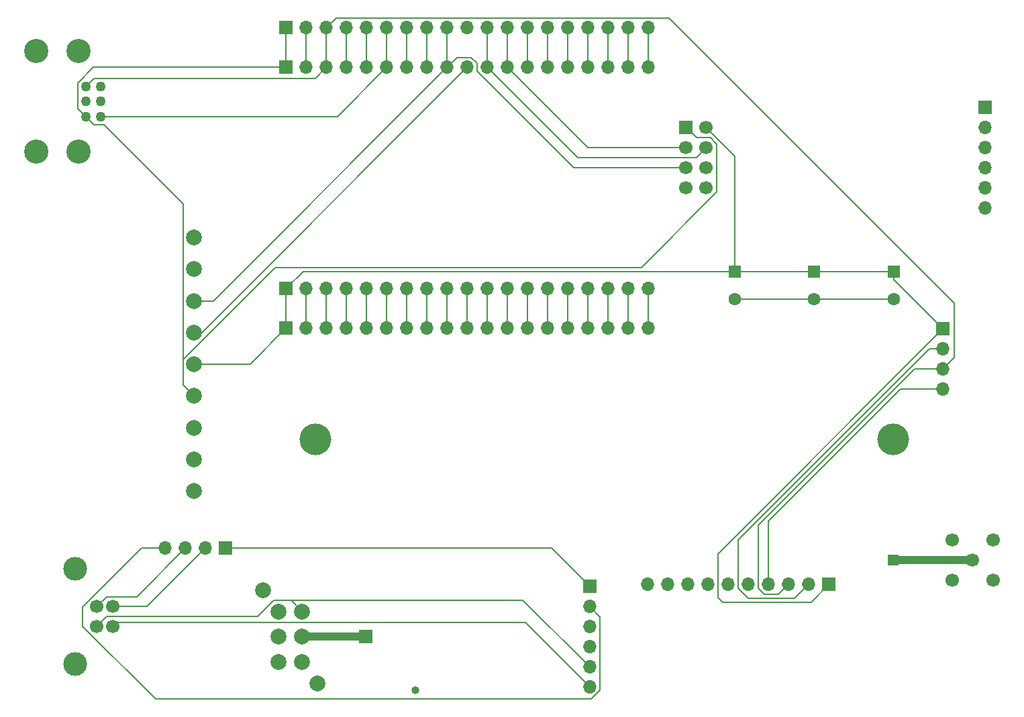
<source format=gbr>
%TF.GenerationSoftware,KiCad,Pcbnew,8.0.3*%
%TF.CreationDate,2024-06-22T19:33:56+02:00*%
%TF.ProjectId,3.3v radio with battery,332e3376-2072-4616-9469-6f2077697468,rev?*%
%TF.SameCoordinates,Original*%
%TF.FileFunction,Copper,L1,Top*%
%TF.FilePolarity,Positive*%
%FSLAX46Y46*%
G04 Gerber Fmt 4.6, Leading zero omitted, Abs format (unit mm)*
G04 Created by KiCad (PCBNEW 8.0.3) date 2024-06-22 19:33:56*
%MOMM*%
%LPD*%
G01*
G04 APERTURE LIST*
%TA.AperFunction,ComponentPad*%
%ADD10C,2.000000*%
%TD*%
%TA.AperFunction,ComponentPad*%
%ADD11R,1.700000X1.700000*%
%TD*%
%TA.AperFunction,ComponentPad*%
%ADD12O,1.700000X1.700000*%
%TD*%
%TA.AperFunction,SMDPad,CuDef*%
%ADD13O,1.000000X1.000000*%
%TD*%
%TA.AperFunction,ComponentPad*%
%ADD14R,1.600000X1.600000*%
%TD*%
%TA.AperFunction,ComponentPad*%
%ADD15C,1.600000*%
%TD*%
%TA.AperFunction,ComponentPad*%
%ADD16C,3.000000*%
%TD*%
%TA.AperFunction,ComponentPad*%
%ADD17C,1.700000*%
%TD*%
%TA.AperFunction,ComponentPad*%
%ADD18R,1.350000X1.350000*%
%TD*%
%TA.AperFunction,ComponentPad*%
%ADD19C,4.000000*%
%TD*%
%TA.AperFunction,ComponentPad*%
%ADD20C,3.048000*%
%TD*%
%TA.AperFunction,ComponentPad*%
%ADD21C,1.270000*%
%TD*%
%TA.AperFunction,Conductor*%
%ADD22C,1.000000*%
%TD*%
%TA.AperFunction,Conductor*%
%ADD23C,0.200000*%
%TD*%
G04 APERTURE END LIST*
D10*
%TO.P,U6,*%
%TO.N,*%
X132006000Y-122878000D03*
X138806000Y-134678000D03*
%TO.P,U6,1,no*%
%TO.N,unconnected-(U6-no-Pad1)*%
X133906000Y-125578000D03*
%TO.P,U6,2,no*%
%TO.N,Net-(U3-GND_IN)*%
X136906000Y-125578000D03*
%TO.P,U6,3,nc*%
%TO.N,unconnected-(U6-nc-Pad3)*%
X133906000Y-128778000D03*
%TO.P,U6,4,nc*%
%TO.N,Net-(U3-ON{slash}OFF)*%
X136906000Y-128778000D03*
%TO.P,U6,5,nc*%
%TO.N,unconnected-(U6-nc-Pad5)*%
X133906000Y-131978000D03*
%TO.P,U6,6,nc*%
%TO.N,unconnected-(U6-nc-Pad6)*%
X136906000Y-131978000D03*
%TD*%
D11*
%TO.P,Oled_screen1,1,VCC*%
%TO.N,Net-(ESP32-WROOM-32U1-3.3v)*%
X217764500Y-89926000D03*
D12*
%TO.P,Oled_screen1,2,GND*%
%TO.N,Net-(MPU1-GND)*%
X217764500Y-92466000D03*
%TO.P,Oled_screen1,3,SCK*%
%TO.N,Net-(ESP32-WROOM-32U1-SCL{slash}22)*%
X217764500Y-95006000D03*
%TO.P,Oled_screen1,4,SDA*%
%TO.N,Net-(ESP32-WROOM-32U1-SDA{slash}21)*%
X217764500Y-97546000D03*
%TD*%
D10*
%TO.P,U2,1,DATA*%
%TO.N,Net-(ESP32-WROOM-32U1-MISO{slash}19)*%
X123267500Y-110387625D03*
%TO.P,U2,2,CMD*%
%TO.N,Net-(ESP32-WROOM-32U1-MOSI{slash}23)*%
X123267500Y-106387625D03*
%TO.P,U2,3,MOTOR*%
%TO.N,unconnected-(U2-MOTOR-Pad3)*%
X123267500Y-102387625D03*
%TO.P,U2,4,GND*%
%TO.N,Net-(MPU1-GND)*%
X123267500Y-98387625D03*
%TO.P,U2,5,3.3V*%
%TO.N,Net-(ESP32-WROOM-32U1-3.3v)*%
X123267500Y-94387625D03*
%TO.P,U2,6,ATTN*%
%TO.N,Net-(ESP32-WROOM-32U1-SS{slash}5)*%
X123267500Y-90387625D03*
%TO.P,U2,7,CLK*%
%TO.N,Net-(ESP32-WROOM-32U1-SCK{slash}18)*%
X123267500Y-86387625D03*
%TO.P,U2,8,NC*%
%TO.N,unconnected-(U2-NC-Pad8)*%
X123267500Y-82387625D03*
%TO.P,U2,9,ACK*%
%TO.N,unconnected-(U2-ACK-Pad9)*%
X123267500Y-78387625D03*
%TD*%
D11*
%TO.P,U3,1,VOUT*%
%TO.N,Net-(J1-VBUS)*%
X173174000Y-122419500D03*
D12*
%TO.P,U3,2,GND_OUT*%
%TO.N,Net-(J1-GND)*%
X173174000Y-124959500D03*
%TO.P,U3,3,BAT_POSITIVE*%
%TO.N,Net-(U3-BAT_POSITIVE)*%
X173174000Y-127499500D03*
%TO.P,U3,4,BAT_GND*%
%TO.N,Net-(U3-BAT_GND)*%
X173174000Y-130039500D03*
%TO.P,U3,5,GND_IN*%
%TO.N,Net-(U3-GND_IN)*%
X173174000Y-132579500D03*
%TO.P,U3,6,VIN*%
%TO.N,Net-(U3-VIN)*%
X173174000Y-135119500D03*
D13*
%TO.P,U3,7,ON/OFF*%
%TO.N,Net-(U3-ON{slash}OFF)*%
X151203000Y-135499500D03*
%TD*%
D14*
%TO.P,C1,1*%
%TO.N,Net-(ESP32-WROOM-32U1-3.3v)*%
X191516000Y-82675349D03*
D15*
%TO.P,C1,2*%
%TO.N,Net-(MPU1-GND)*%
X191516000Y-86175349D03*
%TD*%
D16*
%TO.P,U4,*%
%TO.N,*%
X108288000Y-120206000D03*
X108288000Y-132246000D03*
D17*
%TO.P,U4,1,data-*%
%TO.N,Net-(J1-D-)*%
X112998000Y-124976000D03*
%TO.P,U4,2,data+*%
%TO.N,Net-(J1-D+)*%
X110998000Y-124976000D03*
%TO.P,U4,3,GND*%
%TO.N,Net-(U3-GND_IN)*%
X110998000Y-127476000D03*
%TO.P,U4,4,VIN*%
%TO.N,Net-(U3-VIN)*%
X112998000Y-127476000D03*
%TD*%
%TO.P,REF\u002A\u002A,*%
%TO.N,*%
X224047000Y-116576000D03*
X218947000Y-116576000D03*
X224047000Y-121676000D03*
X218947000Y-121676000D03*
%TO.P,REF\u002A\u002A,1*%
%TO.N,N/C*%
X221497000Y-119126000D03*
%TD*%
D11*
%TO.P,NRF1,*%
%TO.N,*%
X223078000Y-61946000D03*
D12*
X223078000Y-64486000D03*
X223078000Y-67026000D03*
X223078000Y-69566000D03*
X223078000Y-72106000D03*
X223078000Y-74646000D03*
D11*
%TO.P,NRF1,1,GND*%
%TO.N,Net-(MPU1-GND)*%
X185340000Y-64486000D03*
D17*
%TO.P,NRF1,2,VCC*%
%TO.N,Net-(ESP32-WROOM-32U1-3.3v)*%
X187880000Y-64486000D03*
%TO.P,NRF1,3,CE*%
%TO.N,Net-(ESP32-WROOM-32U1-16)*%
X185340000Y-67026000D03*
%TO.P,NRF1,4,~{CSN}*%
%TO.N,Net-(ESP32-WROOM-32U1-17)*%
X187880000Y-67026000D03*
%TO.P,NRF1,5,SCK*%
%TO.N,Net-(ESP32-WROOM-32U1-SCK{slash}18)*%
X185340000Y-69566000D03*
%TO.P,NRF1,6,MOSI*%
%TO.N,Net-(ESP32-WROOM-32U1-MOSI{slash}23)*%
X187880000Y-69566000D03*
%TO.P,NRF1,7,MISO*%
%TO.N,Net-(ESP32-WROOM-32U1-MISO{slash}19)*%
X185340000Y-72106000D03*
%TO.P,NRF1,8,IRQ*%
%TO.N,unconnected-(NRF1-IRQ-Pad8)*%
X187880000Y-72106000D03*
%TD*%
D11*
%TO.P,J1,1,VBUS*%
%TO.N,Net-(J1-VBUS)*%
X127254000Y-117602000D03*
D12*
%TO.P,J1,2,D-*%
%TO.N,Net-(J1-D-)*%
X124714000Y-117602000D03*
%TO.P,J1,3,D+*%
%TO.N,Net-(J1-D+)*%
X122174000Y-117602000D03*
%TO.P,J1,4,GND*%
%TO.N,Net-(J1-GND)*%
X119634000Y-117602000D03*
%TD*%
D14*
%TO.P,C2,1*%
%TO.N,Net-(ESP32-WROOM-32U1-3.3v)*%
X201516000Y-82675349D03*
D15*
%TO.P,C2,2*%
%TO.N,Net-(MPU1-GND)*%
X201516000Y-86175349D03*
%TD*%
D18*
%TO.P,SMA ANTENNA,1*%
%TO.N,N/C*%
X211488000Y-119126000D03*
%TD*%
D19*
%TO.P,U5,1,BAT_+*%
%TO.N,Net-(U3-BAT_POSITIVE)*%
X138556000Y-103886000D03*
%TO.P,U5,2,BAT_-*%
%TO.N,Net-(U3-BAT_GND)*%
X211456000Y-103886000D03*
%TD*%
D11*
%TO.P,MPU1,1,VCC*%
%TO.N,Net-(ESP32-WROOM-32U1-3.3v)*%
X203349000Y-122174000D03*
D12*
%TO.P,MPU1,2,GND*%
%TO.N,Net-(MPU1-GND)*%
X200809000Y-122174000D03*
%TO.P,MPU1,3,SCL*%
%TO.N,Net-(ESP32-WROOM-32U1-SCL{slash}22)*%
X198269000Y-122174000D03*
%TO.P,MPU1,4,SDA*%
%TO.N,Net-(ESP32-WROOM-32U1-SDA{slash}21)*%
X195729000Y-122174000D03*
%TO.P,MPU1,5,EDA*%
%TO.N,unconnected-(MPU1-EDA-Pad5)*%
X193189000Y-122174000D03*
%TO.P,MPU1,6,ECL*%
%TO.N,unconnected-(MPU1-ECL-Pad6)*%
X190649000Y-122174000D03*
%TO.P,MPU1,7,ADO*%
%TO.N,unconnected-(MPU1-ADO-Pad7)*%
X188109000Y-122174000D03*
%TO.P,MPU1,8,INT*%
%TO.N,unconnected-(MPU1-INT-Pad8)*%
X185569000Y-122174000D03*
%TO.P,MPU1,9,NCS*%
%TO.N,unconnected-(MPU1-NCS-Pad9)*%
X183029000Y-122174000D03*
%TO.P,MPU1,10,FSYNC*%
%TO.N,unconnected-(MPU1-FSYNC-Pad10)*%
X180489000Y-122174000D03*
%TD*%
D14*
%TO.P,C3,1*%
%TO.N,Net-(ESP32-WROOM-32U1-3.3v)*%
X211516000Y-82675349D03*
D15*
%TO.P,C3,2*%
%TO.N,Net-(MPU1-GND)*%
X211516000Y-86175349D03*
%TD*%
D11*
%TO.P,ESP32-WROOM-32U1,1,3.3v*%
%TO.N,Net-(ESP32-WROOM-32U1-3.3v)*%
X134874000Y-89836000D03*
X134874000Y-84836000D03*
D12*
%TO.P,ESP32-WROOM-32U1,2,EN*%
%TO.N,unconnected-(ESP32-WROOM-32U1-EN-Pad2)*%
X137414000Y-89836000D03*
X137414000Y-84836000D03*
%TO.P,ESP32-WROOM-32U1,3,VP*%
%TO.N,unconnected-(ESP32-WROOM-32U1-VP-Pad3)*%
X139954000Y-89836000D03*
X139954000Y-84836000D03*
%TO.P,ESP32-WROOM-32U1,4,VN*%
%TO.N,unconnected-(ESP32-WROOM-32U1-VN-Pad4)*%
X142494000Y-89836000D03*
X142494000Y-84836000D03*
%TO.P,ESP32-WROOM-32U1,5,34*%
%TO.N,unconnected-(ESP32-WROOM-32U1-34-Pad5)*%
X145034000Y-89836000D03*
X145034000Y-84836000D03*
%TO.P,ESP32-WROOM-32U1,6,35*%
%TO.N,unconnected-(ESP32-WROOM-32U1-35-Pad6)*%
X147574000Y-89836000D03*
X147574000Y-84836000D03*
%TO.P,ESP32-WROOM-32U1,7,32*%
%TO.N,unconnected-(ESP32-WROOM-32U1-32-Pad7)*%
X150114000Y-89836000D03*
X150114000Y-84836000D03*
%TO.P,ESP32-WROOM-32U1,8,33*%
%TO.N,unconnected-(ESP32-WROOM-32U1-33-Pad8)*%
X152654000Y-89836000D03*
X152654000Y-84836000D03*
%TO.P,ESP32-WROOM-32U1,9,25*%
%TO.N,unconnected-(ESP32-WROOM-32U1-25-Pad9)*%
X155194000Y-89836000D03*
X155194000Y-84836000D03*
%TO.P,ESP32-WROOM-32U1,10,26*%
%TO.N,unconnected-(ESP32-WROOM-32U1-26-Pad10)*%
X157734000Y-89836000D03*
X157734000Y-84836000D03*
%TO.P,ESP32-WROOM-32U1,11,27*%
%TO.N,unconnected-(ESP32-WROOM-32U1-27-Pad11)*%
X160274000Y-89836000D03*
X160274000Y-84836000D03*
%TO.P,ESP32-WROOM-32U1,12,14*%
%TO.N,unconnected-(ESP32-WROOM-32U1-14-Pad12)*%
X162814000Y-89836000D03*
X162814000Y-84836000D03*
%TO.P,ESP32-WROOM-32U1,13,12*%
%TO.N,unconnected-(ESP32-WROOM-32U1-12-Pad13)*%
X165354000Y-89836000D03*
X165354000Y-84836000D03*
%TO.P,ESP32-WROOM-32U1,14,GND*%
%TO.N,unconnected-(ESP32-WROOM-32U1-GND-Pad14)*%
X167894000Y-89836000D03*
X167894000Y-84836000D03*
%TO.P,ESP32-WROOM-32U1,15,13*%
%TO.N,unconnected-(ESP32-WROOM-32U1-13-Pad15)*%
X170434000Y-89836000D03*
X170434000Y-84836000D03*
%TO.P,ESP32-WROOM-32U1,16,D2*%
%TO.N,unconnected-(ESP32-WROOM-32U1-D2-Pad16)*%
X172974000Y-89836000D03*
X172974000Y-84836000D03*
%TO.P,ESP32-WROOM-32U1,17,D3*%
%TO.N,unconnected-(ESP32-WROOM-32U1-D3-Pad17)*%
X175514000Y-89836000D03*
X175514000Y-84836000D03*
%TO.P,ESP32-WROOM-32U1,18,CMD*%
%TO.N,unconnected-(ESP32-WROOM-32U1-CMD-Pad18)*%
X178054000Y-89836000D03*
X178054000Y-84836000D03*
%TO.P,ESP32-WROOM-32U1,19,5V*%
%TO.N,unconnected-(ESP32-WROOM-32U1-5V-Pad19)*%
X180594000Y-89836000D03*
X180594000Y-84836000D03*
D11*
%TO.P,ESP32-WROOM-32U1,20,GND*%
%TO.N,Net-(MPU1-GND)*%
X134874000Y-56896000D03*
X134874000Y-51896000D03*
D12*
%TO.P,ESP32-WROOM-32U1,21,MOSI/23*%
%TO.N,Net-(ESP32-WROOM-32U1-MOSI{slash}23)*%
X137414000Y-56896000D03*
X137414000Y-51896000D03*
%TO.P,ESP32-WROOM-32U1,22,SCL/22*%
%TO.N,Net-(ESP32-WROOM-32U1-SCL{slash}22)*%
X139954000Y-56896000D03*
X139954000Y-51896000D03*
%TO.P,ESP32-WROOM-32U1,23,TX*%
%TO.N,unconnected-(ESP32-WROOM-32U1-TX-Pad23)*%
X142494000Y-56896000D03*
X142494000Y-51896000D03*
%TO.P,ESP32-WROOM-32U1,24,RX*%
%TO.N,unconnected-(ESP32-WROOM-32U1-RX-Pad24)*%
X145034000Y-56896000D03*
X145034000Y-51896000D03*
%TO.P,ESP32-WROOM-32U1,25,SDA/21*%
%TO.N,Net-(ESP32-WROOM-32U1-SDA{slash}21)*%
X147574000Y-56896000D03*
X147574000Y-51896000D03*
%TO.P,ESP32-WROOM-32U1,26,GND*%
%TO.N,unconnected-(ESP32-WROOM-32U1-GND-Pad26)*%
X150114000Y-56896000D03*
X150114000Y-51896000D03*
%TO.P,ESP32-WROOM-32U1,27,MISO/19*%
%TO.N,Net-(ESP32-WROOM-32U1-MISO{slash}19)*%
X152654000Y-56896000D03*
X152654000Y-51896000D03*
%TO.P,ESP32-WROOM-32U1,28,SCK/18*%
%TO.N,Net-(ESP32-WROOM-32U1-SCK{slash}18)*%
X155194000Y-56896000D03*
X155194000Y-51896000D03*
%TO.P,ESP32-WROOM-32U1,29,SS/5*%
%TO.N,Net-(ESP32-WROOM-32U1-SS{slash}5)*%
X157734000Y-56896000D03*
X157734000Y-51896000D03*
%TO.P,ESP32-WROOM-32U1,30,17*%
%TO.N,Net-(ESP32-WROOM-32U1-17)*%
X160274000Y-56896000D03*
X160274000Y-51896000D03*
%TO.P,ESP32-WROOM-32U1,31,16*%
%TO.N,Net-(ESP32-WROOM-32U1-16)*%
X162814000Y-56896000D03*
X162814000Y-51896000D03*
%TO.P,ESP32-WROOM-32U1,32,4*%
%TO.N,unconnected-(ESP32-WROOM-32U1-4-Pad32)*%
X165354000Y-56896000D03*
X165354000Y-51896000D03*
%TO.P,ESP32-WROOM-32U1,33,0*%
%TO.N,unconnected-(ESP32-WROOM-32U1-0-Pad33)*%
X167894000Y-56896000D03*
X167894000Y-51896000D03*
%TO.P,ESP32-WROOM-32U1,34,2*%
%TO.N,unconnected-(ESP32-WROOM-32U1-2-Pad34)*%
X170434000Y-56896000D03*
X170434000Y-51896000D03*
%TO.P,ESP32-WROOM-32U1,35,15*%
%TO.N,unconnected-(ESP32-WROOM-32U1-15-Pad35)*%
X172974000Y-56896000D03*
X172974000Y-51896000D03*
%TO.P,ESP32-WROOM-32U1,36,D1*%
%TO.N,unconnected-(ESP32-WROOM-32U1-D1-Pad36)*%
X175514000Y-56896000D03*
X175514000Y-51896000D03*
%TO.P,ESP32-WROOM-32U1,37,D0*%
%TO.N,unconnected-(ESP32-WROOM-32U1-D0-Pad37)*%
X178054000Y-56896000D03*
X178054000Y-51896000D03*
%TO.P,ESP32-WROOM-32U1,38,CLK*%
%TO.N,unconnected-(ESP32-WROOM-32U1-CLK-Pad38)*%
X180594000Y-56896000D03*
X180594000Y-51896000D03*
%TD*%
D20*
%TO.P,U1,*%
%TO.N,*%
X103378000Y-67576000D03*
X108712000Y-67576000D03*
X103378000Y-54876000D03*
X108712000Y-54876000D03*
D21*
%TO.P,U1,1,VCC_3.3V*%
%TO.N,Net-(ESP32-WROOM-32U1-3.3v)*%
X111506000Y-59321000D03*
%TO.P,U1,2,SCL*%
%TO.N,Net-(ESP32-WROOM-32U1-SCL{slash}22)*%
X109601000Y-59321000D03*
%TO.P,U1,3,Detect_device*%
%TO.N,unconnected-(U1-Detect_device-Pad3)*%
X111506000Y-61226000D03*
%TO.P,U1,4,NC*%
%TO.N,unconnected-(U1-NC-Pad4)*%
X109601000Y-61226000D03*
%TO.P,U1,5,SDA*%
%TO.N,Net-(ESP32-WROOM-32U1-SDA{slash}21)*%
X111506000Y-63131000D03*
%TO.P,U1,6,GND*%
%TO.N,Net-(MPU1-GND)*%
X109601000Y-63131000D03*
%TD*%
D11*
%TO.P,TP1,1,1*%
%TO.N,Net-(U3-ON{slash}OFF)*%
X144906000Y-128778000D03*
%TD*%
D22*
%TO.N,*%
X221497000Y-119126000D02*
X211488000Y-119126000D01*
D23*
%TO.N,unconnected-(ESP32-WROOM-32U1-25-Pad9)*%
X155194000Y-89836000D02*
X155194000Y-84836000D01*
%TO.N,unconnected-(ESP32-WROOM-32U1-GND-Pad26)*%
X150114000Y-56896000D02*
X150114000Y-51896000D01*
%TO.N,Net-(ESP32-WROOM-32U1-SS{slash}5)*%
X124242375Y-90387625D02*
X157734000Y-56896000D01*
X123267500Y-90387625D02*
X124242375Y-90387625D01*
%TO.N,unconnected-(ESP32-WROOM-32U1-VP-Pad3)*%
X139954000Y-84836000D02*
X139954000Y-89836000D01*
%TO.N,unconnected-(ESP32-WROOM-32U1-VN-Pad4)*%
X142494000Y-89836000D02*
X142494000Y-84836000D01*
%TO.N,unconnected-(ESP32-WROOM-32U1-0-Pad33)*%
X167894000Y-56896000D02*
X167894000Y-51896000D01*
%TO.N,Net-(ESP32-WROOM-32U1-SCK{slash}18)*%
X158251767Y-55646000D02*
X156444000Y-55646000D01*
X158984000Y-56378233D02*
X158251767Y-55646000D01*
X171136233Y-69566000D02*
X158984000Y-57413767D01*
X158984000Y-57413767D02*
X158984000Y-56378233D01*
X123267500Y-86387625D02*
X125702375Y-86387625D01*
X185340000Y-69566000D02*
X171136233Y-69566000D01*
X125702375Y-86387625D02*
X155194000Y-56896000D01*
X155194000Y-56896000D02*
X155194000Y-51896000D01*
X156444000Y-55646000D02*
X155194000Y-56896000D01*
%TO.N,unconnected-(ESP32-WROOM-32U1-35-Pad6)*%
X147574000Y-84836000D02*
X147574000Y-89836000D01*
%TO.N,unconnected-(ESP32-WROOM-32U1-D2-Pad16)*%
X172974000Y-84836000D02*
X172974000Y-89836000D01*
%TO.N,Net-(ESP32-WROOM-32U1-SCL{slash}22)*%
X197019000Y-123424000D02*
X195211233Y-123424000D01*
X194479000Y-122691767D02*
X194479000Y-114729780D01*
X195211233Y-123424000D02*
X194479000Y-122691767D01*
X198269000Y-122174000D02*
X197019000Y-123424000D01*
X141204000Y-50646000D02*
X183179106Y-50646000D01*
X138564000Y-58286000D02*
X139954000Y-56896000D01*
X139954000Y-56896000D02*
X139954000Y-51896000D01*
X110636000Y-58286000D02*
X138564000Y-58286000D01*
X219202000Y-93568500D02*
X217764500Y-95006000D01*
X109601000Y-59321000D02*
X110636000Y-58286000D01*
X139954000Y-51896000D02*
X141204000Y-50646000D01*
X194479000Y-114729780D02*
X214202780Y-95006000D01*
X183179106Y-50646000D02*
X219202000Y-86668894D01*
X219202000Y-86668894D02*
X219202000Y-93568500D01*
X214202780Y-95006000D02*
X217764500Y-95006000D01*
%TO.N,Net-(ESP32-WROOM-32U1-16)*%
X185340000Y-67026000D02*
X172944000Y-67026000D01*
X162814000Y-56896000D02*
X162814000Y-51896000D01*
X172944000Y-67026000D02*
X162814000Y-56896000D01*
%TO.N,Net-(ESP32-WROOM-32U1-MISO{slash}19)*%
X152654000Y-56896000D02*
X152654000Y-51896000D01*
%TO.N,unconnected-(ESP32-WROOM-32U1-5V-Pad19)*%
X180594000Y-84836000D02*
X180594000Y-89836000D01*
%TO.N,unconnected-(ESP32-WROOM-32U1-CLK-Pad38)*%
X180594000Y-56896000D02*
X180594000Y-51896000D01*
%TO.N,unconnected-(ESP32-WROOM-32U1-27-Pad11)*%
X160274000Y-89836000D02*
X160274000Y-84836000D01*
%TO.N,unconnected-(ESP32-WROOM-32U1-34-Pad5)*%
X145034000Y-84836000D02*
X145034000Y-89836000D01*
%TO.N,unconnected-(ESP32-WROOM-32U1-2-Pad34)*%
X170434000Y-51896000D02*
X170434000Y-56896000D01*
%TO.N,unconnected-(ESP32-WROOM-32U1-D1-Pad36)*%
X175514000Y-51896000D02*
X175514000Y-56896000D01*
%TO.N,unconnected-(ESP32-WROOM-32U1-CMD-Pad18)*%
X178054000Y-84836000D02*
X178054000Y-89836000D01*
%TO.N,unconnected-(ESP32-WROOM-32U1-GND-Pad14)*%
X167894000Y-84836000D02*
X167894000Y-89836000D01*
%TO.N,unconnected-(ESP32-WROOM-32U1-TX-Pad23)*%
X142494000Y-51896000D02*
X142494000Y-56896000D01*
%TO.N,unconnected-(ESP32-WROOM-32U1-EN-Pad2)*%
X137414000Y-89836000D02*
X137414000Y-84836000D01*
%TO.N,unconnected-(ESP32-WROOM-32U1-12-Pad13)*%
X165354000Y-89836000D02*
X165354000Y-84836000D01*
%TO.N,unconnected-(ESP32-WROOM-32U1-4-Pad32)*%
X165354000Y-51896000D02*
X165354000Y-56896000D01*
%TO.N,unconnected-(ESP32-WROOM-32U1-D0-Pad37)*%
X178054000Y-56896000D02*
X178054000Y-51896000D01*
%TO.N,Net-(ESP32-WROOM-32U1-17)*%
X187880000Y-67026000D02*
X186630000Y-68276000D01*
X186630000Y-68276000D02*
X171654000Y-68276000D01*
X171654000Y-68276000D02*
X160274000Y-56896000D01*
X160274000Y-51896000D02*
X160274000Y-56896000D01*
%TO.N,unconnected-(ESP32-WROOM-32U1-26-Pad10)*%
X157734000Y-84836000D02*
X157734000Y-89836000D01*
%TO.N,Net-(ESP32-WROOM-32U1-SDA{slash}21)*%
X212369887Y-97546000D02*
X195729000Y-114186887D01*
X111506000Y-63131000D02*
X141339000Y-63131000D01*
X217764500Y-97546000D02*
X212369887Y-97546000D01*
X195729000Y-114186887D02*
X195729000Y-122174000D01*
X147574000Y-51896000D02*
X147574000Y-56896000D01*
X141339000Y-63131000D02*
X147574000Y-56896000D01*
%TO.N,unconnected-(ESP32-WROOM-32U1-15-Pad35)*%
X172974000Y-56896000D02*
X172974000Y-51896000D01*
%TO.N,unconnected-(ESP32-WROOM-32U1-14-Pad12)*%
X162814000Y-84836000D02*
X162814000Y-89836000D01*
%TO.N,Net-(MPU1-GND)*%
X121867500Y-93807726D02*
X121867500Y-96987625D01*
X189230000Y-66608233D02*
X189230000Y-72644000D01*
X110636000Y-64166000D02*
X109601000Y-63131000D01*
X216035673Y-92466000D02*
X217764500Y-92466000D01*
X121867500Y-74115500D02*
X111918000Y-64166000D01*
X201516000Y-86175349D02*
X191516000Y-86175349D01*
X111918000Y-64166000D02*
X110636000Y-64166000D01*
X133499877Y-82175349D02*
X121867500Y-93807726D01*
X108566000Y-58892288D02*
X110562288Y-56896000D01*
X186630000Y-65776000D02*
X188397767Y-65776000D01*
X188397767Y-65776000D02*
X189230000Y-66608233D01*
X121867500Y-96987625D02*
X123267500Y-98387625D01*
X200809000Y-122174000D02*
X199059000Y-123924000D01*
X134874000Y-51896000D02*
X134874000Y-56896000D01*
X185340000Y-64486000D02*
X186630000Y-65776000D01*
X189230000Y-72644000D02*
X179698651Y-82175349D01*
X191939000Y-116562673D02*
X216035673Y-92466000D01*
X108566000Y-62096000D02*
X108566000Y-58892288D01*
X211516000Y-86175349D02*
X201516000Y-86175349D01*
X199059000Y-123924000D02*
X193171233Y-123924000D01*
X110562288Y-56896000D02*
X134874000Y-56896000D01*
X121867500Y-96987625D02*
X121867500Y-74115500D01*
X179698651Y-82175349D02*
X133499877Y-82175349D01*
X191939000Y-122691767D02*
X191939000Y-116562673D01*
X109601000Y-63131000D02*
X108566000Y-62096000D01*
X193171233Y-123924000D02*
X191939000Y-122691767D01*
%TO.N,unconnected-(ESP32-WROOM-32U1-RX-Pad24)*%
X145034000Y-56896000D02*
X145034000Y-51896000D01*
%TO.N,unconnected-(ESP32-WROOM-32U1-32-Pad7)*%
X150114000Y-89836000D02*
X150114000Y-84836000D01*
%TO.N,Net-(ESP32-WROOM-32U1-3.3v)*%
X201099000Y-124424000D02*
X189956001Y-124424000D01*
X137034651Y-82675349D02*
X134874000Y-84836000D01*
X130322375Y-94387625D02*
X134874000Y-89836000D01*
X189956001Y-124424000D02*
X189359000Y-123826999D01*
X211516000Y-83677500D02*
X211516000Y-82675349D01*
X191516000Y-82675349D02*
X191516000Y-68122000D01*
X189359000Y-123826999D02*
X189359000Y-118331500D01*
X123267500Y-94387625D02*
X130322375Y-94387625D01*
X191516000Y-68122000D02*
X187880000Y-64486000D01*
X211516000Y-82675349D02*
X201516000Y-82675349D01*
X191516000Y-82675349D02*
X201516000Y-82675349D01*
X189359000Y-118331500D02*
X217764500Y-89926000D01*
X134874000Y-84836000D02*
X134874000Y-89836000D01*
X191516000Y-82675349D02*
X137034651Y-82675349D01*
X217764500Y-89926000D02*
X211516000Y-83677500D01*
X203349000Y-122174000D02*
X201099000Y-124424000D01*
%TO.N,unconnected-(ESP32-WROOM-32U1-D3-Pad17)*%
X175514000Y-89836000D02*
X175514000Y-84836000D01*
%TO.N,unconnected-(ESP32-WROOM-32U1-33-Pad8)*%
X152654000Y-84836000D02*
X152654000Y-89836000D01*
%TO.N,Net-(ESP32-WROOM-32U1-MOSI{slash}23)*%
X137414000Y-51896000D02*
X137414000Y-56896000D01*
%TO.N,unconnected-(ESP32-WROOM-32U1-13-Pad15)*%
X170434000Y-89836000D02*
X170434000Y-84836000D01*
%TO.N,Net-(J1-D+)*%
X112248000Y-123726000D02*
X116050000Y-123726000D01*
X110998000Y-124976000D02*
X112248000Y-123726000D01*
X116050000Y-123726000D02*
X122174000Y-117602000D01*
%TO.N,Net-(J1-VBUS)*%
X168356500Y-117602000D02*
X173174000Y-122419500D01*
X127254000Y-117602000D02*
X168356500Y-117602000D01*
%TO.N,Net-(J1-GND)*%
X119634000Y-117602000D02*
X116604233Y-117602000D01*
X174498000Y-135563267D02*
X174498000Y-126283500D01*
X118406233Y-136652000D02*
X173409267Y-136652000D01*
X116604233Y-117602000D02*
X109220000Y-124986233D01*
X173409267Y-136652000D02*
X174498000Y-135563267D01*
X174498000Y-126283500D02*
X173174000Y-124959500D01*
X109220000Y-127465767D02*
X118406233Y-136652000D01*
X109220000Y-124986233D02*
X109220000Y-127465767D01*
%TO.N,Net-(J1-D-)*%
X117340000Y-124976000D02*
X124714000Y-117602000D01*
X112998000Y-124976000D02*
X117340000Y-124976000D01*
%TO.N,Net-(U3-GND_IN)*%
X133326101Y-124178000D02*
X164772500Y-124178000D01*
X131278101Y-126226000D02*
X133326101Y-124178000D01*
X112248000Y-126226000D02*
X131278101Y-126226000D01*
X110998000Y-127476000D02*
X112248000Y-126226000D01*
X135506000Y-124178000D02*
X136906000Y-125578000D01*
X164772500Y-124178000D02*
X173174000Y-132579500D01*
X133326101Y-124178000D02*
X135506000Y-124178000D01*
%TO.N,Net-(U3-VIN)*%
X112998000Y-127476000D02*
X113496000Y-126978000D01*
X113496000Y-126978000D02*
X165032500Y-126978000D01*
X165032500Y-126978000D02*
X173174000Y-135119500D01*
%TO.N,Net-(U3-ON{slash}OFF)*%
X144906000Y-128778000D02*
X144906000Y-129202500D01*
D22*
X136906000Y-128778000D02*
X144906000Y-128778000D01*
%TD*%
M02*

</source>
